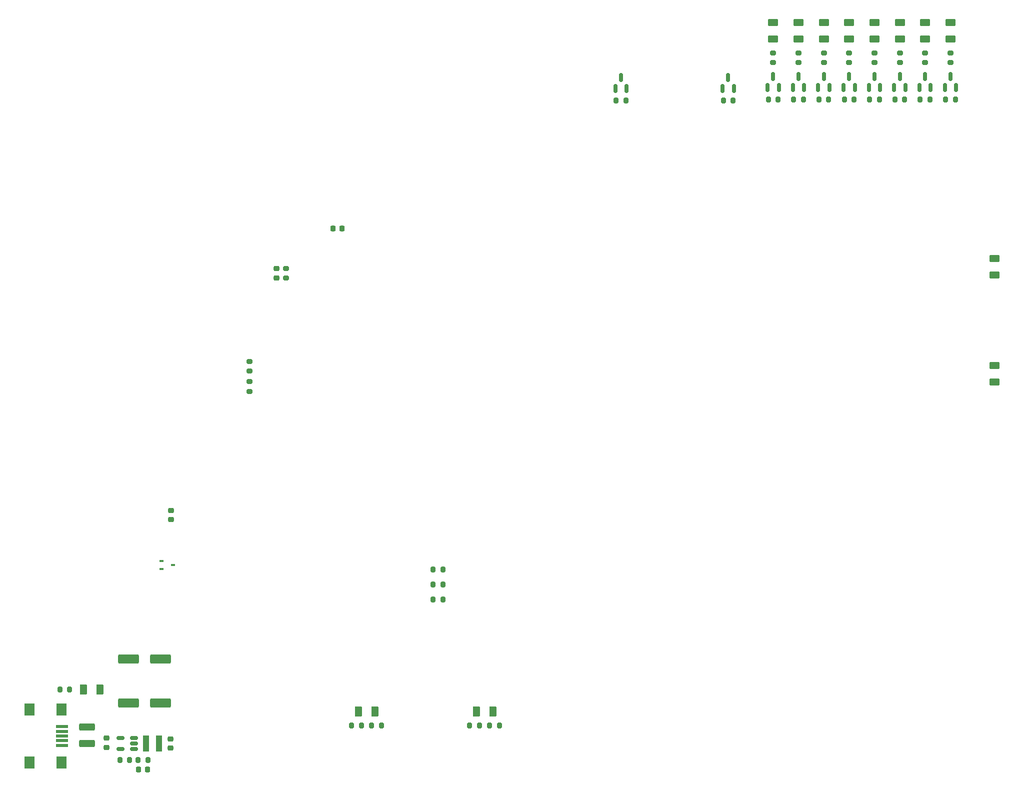
<source format=gtp>
G04 #@! TF.GenerationSoftware,KiCad,Pcbnew,(6.99.0-2225-g61f71e0814)*
G04 #@! TF.CreationDate,2022-08-09T19:58:20+07:00*
G04 #@! TF.ProjectId,Training_Based,54726169-6e69-46e6-975f-42617365642e,rev?*
G04 #@! TF.SameCoordinates,Original*
G04 #@! TF.FileFunction,Paste,Top*
G04 #@! TF.FilePolarity,Positive*
%FSLAX46Y46*%
G04 Gerber Fmt 4.6, Leading zero omitted, Abs format (unit mm)*
G04 Created by KiCad (PCBNEW (6.99.0-2225-g61f71e0814)) date 2022-08-09 19:58:20*
%MOMM*%
%LPD*%
G01*
G04 APERTURE LIST*
G04 Aperture macros list*
%AMRoundRect*
0 Rectangle with rounded corners*
0 $1 Rounding radius*
0 $2 $3 $4 $5 $6 $7 $8 $9 X,Y pos of 4 corners*
0 Add a 4 corners polygon primitive as box body*
4,1,4,$2,$3,$4,$5,$6,$7,$8,$9,$2,$3,0*
0 Add four circle primitives for the rounded corners*
1,1,$1+$1,$2,$3*
1,1,$1+$1,$4,$5*
1,1,$1+$1,$6,$7*
1,1,$1+$1,$8,$9*
0 Add four rect primitives between the rounded corners*
20,1,$1+$1,$2,$3,$4,$5,0*
20,1,$1+$1,$4,$5,$6,$7,0*
20,1,$1+$1,$6,$7,$8,$9,0*
20,1,$1+$1,$8,$9,$2,$3,0*%
G04 Aperture macros list end*
%ADD10RoundRect,0.200000X0.200000X0.275000X-0.200000X0.275000X-0.200000X-0.275000X0.200000X-0.275000X0*%
%ADD11RoundRect,0.250000X0.625000X-0.375000X0.625000X0.375000X-0.625000X0.375000X-0.625000X-0.375000X0*%
%ADD12RoundRect,0.200000X-0.275000X0.200000X-0.275000X-0.200000X0.275000X-0.200000X0.275000X0.200000X0*%
%ADD13RoundRect,0.200000X-0.200000X-0.275000X0.200000X-0.275000X0.200000X0.275000X-0.200000X0.275000X0*%
%ADD14RoundRect,0.225000X0.225000X0.250000X-0.225000X0.250000X-0.225000X-0.250000X0.225000X-0.250000X0*%
%ADD15RoundRect,0.150000X0.150000X-0.587500X0.150000X0.587500X-0.150000X0.587500X-0.150000X-0.587500X0*%
%ADD16RoundRect,0.225000X0.250000X-0.225000X0.250000X0.225000X-0.250000X0.225000X-0.250000X-0.225000X0*%
%ADD17RoundRect,0.200000X0.275000X-0.200000X0.275000X0.200000X-0.275000X0.200000X-0.275000X-0.200000X0*%
%ADD18RoundRect,0.250000X-0.375000X-0.625000X0.375000X-0.625000X0.375000X0.625000X-0.375000X0.625000X0*%
%ADD19RoundRect,0.250000X1.500000X0.550000X-1.500000X0.550000X-1.500000X-0.550000X1.500000X-0.550000X0*%
%ADD20RoundRect,0.150000X0.512500X0.150000X-0.512500X0.150000X-0.512500X-0.150000X0.512500X-0.150000X0*%
%ADD21RoundRect,0.250000X-0.625000X0.375000X-0.625000X-0.375000X0.625000X-0.375000X0.625000X0.375000X0*%
%ADD22R,1.000000X2.700000*%
%ADD23R,2.000000X0.500000*%
%ADD24R,1.700000X2.000000*%
%ADD25RoundRect,0.250000X1.075000X-0.375000X1.075000X0.375000X-1.075000X0.375000X-1.075000X-0.375000X0*%
%ADD26RoundRect,0.225000X-0.250000X0.225000X-0.250000X-0.225000X0.250000X-0.225000X0.250000X0.225000X0*%
%ADD27RoundRect,0.225000X-0.225000X-0.250000X0.225000X-0.250000X0.225000X0.250000X-0.225000X0.250000X0*%
%ADD28R,0.700000X0.450000*%
G04 APERTURE END LIST*
D10*
X155689286Y-37000000D03*
X154039286Y-37000000D03*
D11*
X150578572Y-26750000D03*
X150578572Y-23950000D03*
D12*
X167721428Y-29075000D03*
X167721428Y-30725000D03*
D10*
X31425000Y-136900000D03*
X29775000Y-136900000D03*
D13*
X102575000Y-142983333D03*
X104225000Y-142983333D03*
D14*
X44625000Y-150400000D03*
X43075000Y-150400000D03*
D11*
X176292856Y-26750000D03*
X176292856Y-23950000D03*
X188050000Y-84845000D03*
X188050000Y-82045000D03*
D10*
X172832142Y-37000000D03*
X171182142Y-37000000D03*
D15*
X153914286Y-34937500D03*
X155814286Y-34937500D03*
X154864286Y-33062500D03*
D11*
X163435714Y-26750000D03*
X163435714Y-23950000D03*
D15*
X175342856Y-34937500D03*
X177242856Y-34937500D03*
X176292856Y-33062500D03*
D12*
X163435714Y-29075000D03*
X163435714Y-30725000D03*
D10*
X41575000Y-148800000D03*
X39925000Y-148800000D03*
D11*
X172007142Y-26750000D03*
X172007142Y-23950000D03*
D16*
X66490000Y-67175000D03*
X66490000Y-65625000D03*
D10*
X125625000Y-37150000D03*
X123975000Y-37150000D03*
D15*
X162485714Y-34937500D03*
X164385714Y-34937500D03*
X163435714Y-33062500D03*
D13*
X92975000Y-116525000D03*
X94625000Y-116525000D03*
D17*
X61900000Y-86409999D03*
X61900000Y-84759999D03*
D18*
X33770000Y-136900000D03*
X36570000Y-136900000D03*
D10*
X100825000Y-142983333D03*
X99175000Y-142983333D03*
X151403572Y-37000000D03*
X149753572Y-37000000D03*
D15*
X149628572Y-34937500D03*
X151528572Y-34937500D03*
X150578572Y-33062500D03*
D19*
X46800000Y-139200000D03*
X41400000Y-139200000D03*
D13*
X92975000Y-121605000D03*
X94625000Y-121605000D03*
D11*
X154864286Y-26750000D03*
X154864286Y-23950000D03*
D16*
X48550000Y-146775000D03*
X48550000Y-145225000D03*
D13*
X82575000Y-142983333D03*
X84225000Y-142983333D03*
D19*
X46800000Y-131700000D03*
X41400000Y-131700000D03*
D11*
X180578572Y-26750000D03*
X180578572Y-23950000D03*
D18*
X80320000Y-140600000D03*
X83120000Y-140600000D03*
D20*
X42337500Y-146950000D03*
X42337500Y-146000000D03*
X42337500Y-145050000D03*
X40062500Y-145050000D03*
X40062500Y-146950000D03*
D10*
X181403572Y-37000000D03*
X179753572Y-37000000D03*
D12*
X172007142Y-29075000D03*
X172007142Y-30725000D03*
D21*
X188050000Y-63895000D03*
X188050000Y-66695000D03*
D13*
X92975000Y-119065000D03*
X94625000Y-119065000D03*
D10*
X159975000Y-37000000D03*
X158325000Y-37000000D03*
D22*
X44399999Y-146049999D03*
X46599999Y-146049999D03*
D15*
X179628572Y-34937500D03*
X181528572Y-34937500D03*
X180578572Y-33062500D03*
D10*
X177117856Y-37000000D03*
X175467856Y-37000000D03*
D12*
X68100000Y-65575000D03*
X68100000Y-67225000D03*
D23*
X30174999Y-143149999D03*
X30174999Y-143949999D03*
X30174999Y-144749999D03*
X30174999Y-145549999D03*
X30174999Y-146349999D03*
D24*
X30074999Y-140299999D03*
X24624999Y-140299999D03*
X30074999Y-149199999D03*
X24624999Y-149199999D03*
D12*
X176292856Y-29075000D03*
X176292856Y-30725000D03*
D25*
X34400000Y-146000000D03*
X34400000Y-143200000D03*
D26*
X48600000Y-106550000D03*
X48600000Y-108100000D03*
D27*
X76025000Y-58775000D03*
X77575000Y-58775000D03*
D11*
X167721428Y-26750000D03*
X167721428Y-23950000D03*
D15*
X171057142Y-34937500D03*
X172957142Y-34937500D03*
X172007142Y-33062500D03*
D10*
X168546428Y-37000000D03*
X166896428Y-37000000D03*
D12*
X159150000Y-29075000D03*
X159150000Y-30725000D03*
X150578572Y-29075000D03*
X150578572Y-30725000D03*
D15*
X158200000Y-34937500D03*
X160100000Y-34937500D03*
X159150000Y-33062500D03*
X166771428Y-34937500D03*
X168671428Y-34937500D03*
X167721428Y-33062500D03*
D12*
X180578572Y-29075000D03*
X180578572Y-30725000D03*
D10*
X80825000Y-142983333D03*
X79175000Y-142983333D03*
D11*
X159150000Y-26750000D03*
X159150000Y-23950000D03*
D15*
X123850000Y-35137500D03*
X125750000Y-35137500D03*
X124800000Y-33262500D03*
D26*
X37700000Y-145125000D03*
X37700000Y-146675000D03*
D10*
X143775000Y-37150000D03*
X142125000Y-37150000D03*
D28*
X46979999Y-115149999D03*
X46979999Y-116449999D03*
X48979999Y-115799999D03*
D18*
X100320000Y-140600000D03*
X103120000Y-140600000D03*
D12*
X154864286Y-29075000D03*
X154864286Y-30725000D03*
D10*
X164260714Y-37000000D03*
X162610714Y-37000000D03*
X44675000Y-148800000D03*
X43025000Y-148800000D03*
D12*
X61900000Y-81329999D03*
X61900000Y-82979999D03*
D15*
X142000000Y-35137500D03*
X143900000Y-35137500D03*
X142950000Y-33262500D03*
M02*

</source>
